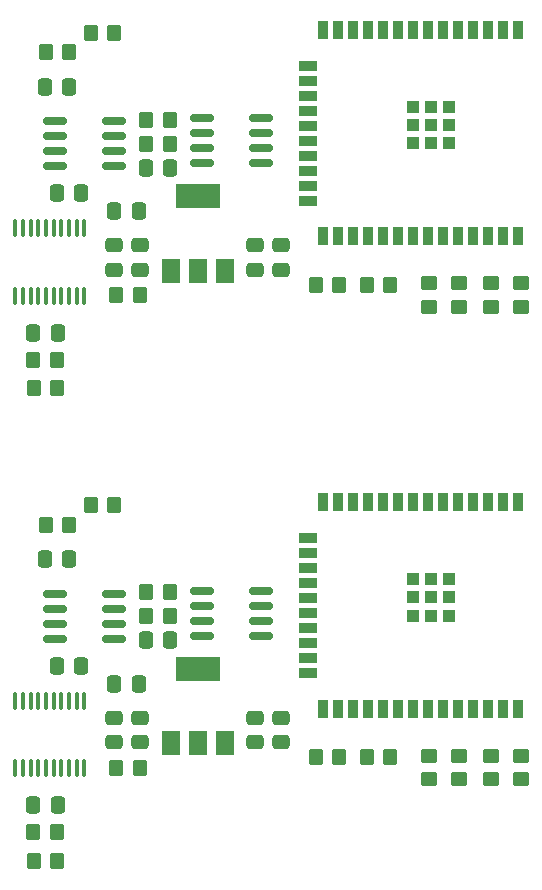
<source format=gbr>
%TF.GenerationSoftware,KiCad,Pcbnew,6.0.11-2627ca5db0~126~ubuntu20.04.1*%
%TF.CreationDate,2025-02-02T15:33:34-05:00*%
%TF.ProjectId,,58585858-5858-4585-9858-585858585858,rev?*%
%TF.SameCoordinates,Original*%
%TF.FileFunction,Paste,Top*%
%TF.FilePolarity,Positive*%
%FSLAX46Y46*%
G04 Gerber Fmt 4.6, Leading zero omitted, Abs format (unit mm)*
G04 Created by KiCad (PCBNEW 6.0.11-2627ca5db0~126~ubuntu20.04.1) date 2025-02-02 15:33:34*
%MOMM*%
%LPD*%
G01*
G04 APERTURE LIST*
G04 Aperture macros list*
%AMRoundRect*
0 Rectangle with rounded corners*
0 $1 Rounding radius*
0 $2 $3 $4 $5 $6 $7 $8 $9 X,Y pos of 4 corners*
0 Add a 4 corners polygon primitive as box body*
4,1,4,$2,$3,$4,$5,$6,$7,$8,$9,$2,$3,0*
0 Add four circle primitives for the rounded corners*
1,1,$1+$1,$2,$3*
1,1,$1+$1,$4,$5*
1,1,$1+$1,$6,$7*
1,1,$1+$1,$8,$9*
0 Add four rect primitives between the rounded corners*
20,1,$1+$1,$2,$3,$4,$5,0*
20,1,$1+$1,$4,$5,$6,$7,0*
20,1,$1+$1,$6,$7,$8,$9,0*
20,1,$1+$1,$8,$9,$2,$3,0*%
G04 Aperture macros list end*
%ADD10R,0.900000X1.500000*%
%ADD11R,1.500000X0.900000*%
%ADD12R,1.050000X1.050000*%
%ADD13RoundRect,0.250000X-0.475000X0.337500X-0.475000X-0.337500X0.475000X-0.337500X0.475000X0.337500X0*%
%ADD14RoundRect,0.250000X0.450000X-0.350000X0.450000X0.350000X-0.450000X0.350000X-0.450000X-0.350000X0*%
%ADD15RoundRect,0.250000X-0.350000X-0.450000X0.350000X-0.450000X0.350000X0.450000X-0.350000X0.450000X0*%
%ADD16RoundRect,0.250000X-0.337500X-0.475000X0.337500X-0.475000X0.337500X0.475000X-0.337500X0.475000X0*%
%ADD17R,1.500000X2.000000*%
%ADD18R,3.800000X2.000000*%
%ADD19RoundRect,0.150000X-0.825000X-0.150000X0.825000X-0.150000X0.825000X0.150000X-0.825000X0.150000X0*%
%ADD20RoundRect,0.100000X-0.100000X0.637500X-0.100000X-0.637500X0.100000X-0.637500X0.100000X0.637500X0*%
%ADD21RoundRect,0.250000X0.350000X0.450000X-0.350000X0.450000X-0.350000X-0.450000X0.350000X-0.450000X0*%
G04 APERTURE END LIST*
D10*
%TO.C,U1*%
X124455000Y-94337000D03*
X123185000Y-94337000D03*
X121915000Y-94337000D03*
X120645000Y-94337000D03*
X119375000Y-94337000D03*
X118105000Y-94337000D03*
X116835000Y-94337000D03*
X115565000Y-94337000D03*
X114295000Y-94337000D03*
X113025000Y-94337000D03*
X111755000Y-94337000D03*
X110485000Y-94337000D03*
X109215000Y-94337000D03*
X107945000Y-94337000D03*
D11*
X106695000Y-97377000D03*
X106695000Y-98647000D03*
X106695000Y-99917000D03*
X106695000Y-101187000D03*
X106695000Y-102457000D03*
X106695000Y-103727000D03*
X106695000Y-104997000D03*
X106695000Y-106267000D03*
X106695000Y-107537000D03*
X106695000Y-108807000D03*
D10*
X107945000Y-111837000D03*
X109215000Y-111837000D03*
X110485000Y-111837000D03*
X111755000Y-111837000D03*
X113025000Y-111837000D03*
X114295000Y-111837000D03*
X115565000Y-111837000D03*
X116835000Y-111837000D03*
X118105000Y-111837000D03*
X119375000Y-111837000D03*
X120645000Y-111837000D03*
X121915000Y-111837000D03*
X123185000Y-111837000D03*
X124455000Y-111837000D03*
D12*
X115590000Y-103932000D03*
X117115000Y-103932000D03*
X115590000Y-100882000D03*
X118640000Y-103932000D03*
X117115000Y-100882000D03*
X115590000Y-102407000D03*
X118640000Y-102407000D03*
X118640000Y-100882000D03*
X117115000Y-102407000D03*
%TD*%
D13*
%TO.C,C4*%
X90297000Y-112590500D03*
X90297000Y-114665500D03*
%TD*%
%TO.C,C2*%
X102235000Y-112590500D03*
X102235000Y-114665500D03*
%TD*%
D14*
%TO.C,R3*%
X122174000Y-117803000D03*
X122174000Y-115803000D03*
%TD*%
D15*
%TO.C,R8*%
X88281000Y-94578000D03*
X90281000Y-94578000D03*
%TD*%
%TO.C,R6*%
X107331000Y-115914000D03*
X109331000Y-115914000D03*
%TD*%
D16*
%TO.C,C5*%
X83417500Y-119978000D03*
X85492500Y-119978000D03*
%TD*%
D13*
%TO.C,C1*%
X104394000Y-112590500D03*
X104394000Y-114665500D03*
%TD*%
D15*
%TO.C,R13*%
X92980000Y-101944000D03*
X94980000Y-101944000D03*
%TD*%
D13*
%TO.C,C3*%
X92456000Y-112590500D03*
X92456000Y-114665500D03*
%TD*%
D17*
%TO.C,U3*%
X95109000Y-114746000D03*
X97409000Y-114746000D03*
D18*
X97409000Y-108446000D03*
D17*
X99709000Y-114746000D03*
%TD*%
D16*
%TO.C,C8*%
X85428000Y-108167000D03*
X87503000Y-108167000D03*
%TD*%
D19*
%TO.C,U5*%
X85282000Y-102071000D03*
X85282000Y-103341000D03*
X85282000Y-104611000D03*
X85282000Y-105881000D03*
X90232000Y-105881000D03*
X90232000Y-104611000D03*
X90232000Y-103341000D03*
X90232000Y-102071000D03*
%TD*%
D15*
%TO.C,R1*%
X90440000Y-116803000D03*
X92440000Y-116803000D03*
%TD*%
%TO.C,R12*%
X92980000Y-103976000D03*
X94980000Y-103976000D03*
%TD*%
D20*
%TO.C,U2*%
X87761000Y-111146500D03*
X87111000Y-111146500D03*
X86461000Y-111146500D03*
X85811000Y-111146500D03*
X85161000Y-111146500D03*
X84511000Y-111146500D03*
X83861000Y-111146500D03*
X83211000Y-111146500D03*
X82561000Y-111146500D03*
X81911000Y-111146500D03*
X81911000Y-116871500D03*
X82561000Y-116871500D03*
X83211000Y-116871500D03*
X83861000Y-116871500D03*
X84511000Y-116871500D03*
X85161000Y-116871500D03*
X85811000Y-116871500D03*
X86461000Y-116871500D03*
X87111000Y-116871500D03*
X87761000Y-116871500D03*
%TD*%
D15*
%TO.C,R10*%
X83455000Y-124677000D03*
X85455000Y-124677000D03*
%TD*%
%TO.C,R11*%
X84471000Y-96229000D03*
X86471000Y-96229000D03*
%TD*%
D16*
%TO.C,C6*%
X90275500Y-109691000D03*
X92350500Y-109691000D03*
%TD*%
D21*
%TO.C,R9*%
X85439000Y-122264000D03*
X83439000Y-122264000D03*
%TD*%
D16*
%TO.C,C9*%
X92942500Y-106008000D03*
X95017500Y-106008000D03*
%TD*%
%TO.C,C7*%
X84403000Y-99150000D03*
X86478000Y-99150000D03*
%TD*%
D14*
%TO.C,R5*%
X116967000Y-117803000D03*
X116967000Y-115803000D03*
%TD*%
D19*
%TO.C,U4*%
X97728000Y-101817000D03*
X97728000Y-103087000D03*
X97728000Y-104357000D03*
X97728000Y-105627000D03*
X102678000Y-105627000D03*
X102678000Y-104357000D03*
X102678000Y-103087000D03*
X102678000Y-101817000D03*
%TD*%
D14*
%TO.C,R4*%
X119507000Y-117803000D03*
X119507000Y-115803000D03*
%TD*%
D15*
%TO.C,R7*%
X111649000Y-115914000D03*
X113649000Y-115914000D03*
%TD*%
D14*
%TO.C,R2*%
X124714000Y-117803000D03*
X124714000Y-115803000D03*
%TD*%
D15*
%TO.C,R10*%
X83455000Y-84677000D03*
X85455000Y-84677000D03*
%TD*%
D14*
%TO.C,R4*%
X119507000Y-77803000D03*
X119507000Y-75803000D03*
%TD*%
D15*
%TO.C,R11*%
X84471000Y-56229000D03*
X86471000Y-56229000D03*
%TD*%
D16*
%TO.C,C9*%
X92942500Y-66008000D03*
X95017500Y-66008000D03*
%TD*%
%TO.C,C6*%
X90275500Y-69691000D03*
X92350500Y-69691000D03*
%TD*%
D15*
%TO.C,R7*%
X111649000Y-75914000D03*
X113649000Y-75914000D03*
%TD*%
D16*
%TO.C,C8*%
X85428000Y-68167000D03*
X87503000Y-68167000D03*
%TD*%
D19*
%TO.C,U5*%
X85282000Y-62071000D03*
X85282000Y-63341000D03*
X85282000Y-64611000D03*
X85282000Y-65881000D03*
X90232000Y-65881000D03*
X90232000Y-64611000D03*
X90232000Y-63341000D03*
X90232000Y-62071000D03*
%TD*%
D15*
%TO.C,R12*%
X92980000Y-63976000D03*
X94980000Y-63976000D03*
%TD*%
D14*
%TO.C,R2*%
X124714000Y-77803000D03*
X124714000Y-75803000D03*
%TD*%
%TO.C,R3*%
X122174000Y-77803000D03*
X122174000Y-75803000D03*
%TD*%
D15*
%TO.C,R6*%
X107331000Y-75914000D03*
X109331000Y-75914000D03*
%TD*%
%TO.C,R8*%
X88281000Y-54578000D03*
X90281000Y-54578000D03*
%TD*%
D20*
%TO.C,U2*%
X87761000Y-71146500D03*
X87111000Y-71146500D03*
X86461000Y-71146500D03*
X85811000Y-71146500D03*
X85161000Y-71146500D03*
X84511000Y-71146500D03*
X83861000Y-71146500D03*
X83211000Y-71146500D03*
X82561000Y-71146500D03*
X81911000Y-71146500D03*
X81911000Y-76871500D03*
X82561000Y-76871500D03*
X83211000Y-76871500D03*
X83861000Y-76871500D03*
X84511000Y-76871500D03*
X85161000Y-76871500D03*
X85811000Y-76871500D03*
X86461000Y-76871500D03*
X87111000Y-76871500D03*
X87761000Y-76871500D03*
%TD*%
D13*
%TO.C,C2*%
X102235000Y-72590500D03*
X102235000Y-74665500D03*
%TD*%
D15*
%TO.C,R1*%
X90440000Y-76803000D03*
X92440000Y-76803000D03*
%TD*%
D13*
%TO.C,C1*%
X104394000Y-72590500D03*
X104394000Y-74665500D03*
%TD*%
%TO.C,C4*%
X90297000Y-72590500D03*
X90297000Y-74665500D03*
%TD*%
D10*
%TO.C,U1*%
X124455000Y-54337000D03*
X123185000Y-54337000D03*
X121915000Y-54337000D03*
X120645000Y-54337000D03*
X119375000Y-54337000D03*
X118105000Y-54337000D03*
X116835000Y-54337000D03*
X115565000Y-54337000D03*
X114295000Y-54337000D03*
X113025000Y-54337000D03*
X111755000Y-54337000D03*
X110485000Y-54337000D03*
X109215000Y-54337000D03*
X107945000Y-54337000D03*
D11*
X106695000Y-57377000D03*
X106695000Y-58647000D03*
X106695000Y-59917000D03*
X106695000Y-61187000D03*
X106695000Y-62457000D03*
X106695000Y-63727000D03*
X106695000Y-64997000D03*
X106695000Y-66267000D03*
X106695000Y-67537000D03*
X106695000Y-68807000D03*
D10*
X107945000Y-71837000D03*
X109215000Y-71837000D03*
X110485000Y-71837000D03*
X111755000Y-71837000D03*
X113025000Y-71837000D03*
X114295000Y-71837000D03*
X115565000Y-71837000D03*
X116835000Y-71837000D03*
X118105000Y-71837000D03*
X119375000Y-71837000D03*
X120645000Y-71837000D03*
X121915000Y-71837000D03*
X123185000Y-71837000D03*
X124455000Y-71837000D03*
D12*
X115590000Y-63932000D03*
X117115000Y-63932000D03*
X115590000Y-60882000D03*
X118640000Y-63932000D03*
X117115000Y-60882000D03*
X115590000Y-62407000D03*
X118640000Y-62407000D03*
X118640000Y-60882000D03*
X117115000Y-62407000D03*
%TD*%
D16*
%TO.C,C5*%
X83417500Y-79978000D03*
X85492500Y-79978000D03*
%TD*%
D21*
%TO.C,R9*%
X85439000Y-82264000D03*
X83439000Y-82264000D03*
%TD*%
D15*
%TO.C,R13*%
X92980000Y-61944000D03*
X94980000Y-61944000D03*
%TD*%
D19*
%TO.C,U4*%
X97728000Y-61817000D03*
X97728000Y-63087000D03*
X97728000Y-64357000D03*
X97728000Y-65627000D03*
X102678000Y-65627000D03*
X102678000Y-64357000D03*
X102678000Y-63087000D03*
X102678000Y-61817000D03*
%TD*%
D17*
%TO.C,U3*%
X95109000Y-74746000D03*
X97409000Y-74746000D03*
D18*
X97409000Y-68446000D03*
D17*
X99709000Y-74746000D03*
%TD*%
D13*
%TO.C,C3*%
X92456000Y-72590500D03*
X92456000Y-74665500D03*
%TD*%
D16*
%TO.C,C7*%
X84403000Y-59150000D03*
X86478000Y-59150000D03*
%TD*%
D14*
%TO.C,R5*%
X116967000Y-77803000D03*
X116967000Y-75803000D03*
%TD*%
M02*

</source>
